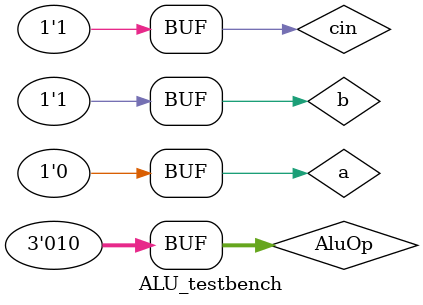
<source format=v>
`define DELAY 20
module ALU_testbench();

reg a, b, cin;
reg [2:0] AluOp;
wire cout, R;

ALU myALU(a, b, AluOp, cin, cout, R);


initial begin
/*

////////////OR
a = 1'b0; b = 1'b1; cin = 1'b1;
AluOp[0] = 1'b1; AluOp[1] = 1'b1; AluOp[2] = 1'b1;
#`DELAY;

a = 1'b0; b = 1'b0; cin = 1'b1;
AluOp[0] = 1'b1; AluOp[1] = 1'b1; AluOp[2] = 1'b1;
#`DELAY;

////////////AND
a = 1'b1; b = 1'b0; cin = 1'b1;
AluOp[0] = 1'b1; AluOp[1] = 1'b1; AluOp[2] = 1'b0;
#`DELAY;

a = 1'b1; b = 1'b1; cin = 1'b1;
AluOp[0] = 1'b1; AluOp[1] = 1'b1; AluOp[2] = 1'b0;
#`DELAY;

////////////NOR
a = 1'b1; b = 1'b0; cin = 1'b1;
AluOp[0] = 1'b1; AluOp[1] = 1'b0; AluOp[2] = 1'b1;
#`DELAY;

a = 1'b0; b = 1'b0; cin = 1'b1;
AluOp[0] = 1'b1; AluOp[1] = 1'b0; AluOp[2] = 1'b1;
#`DELAY;

////////////XOR
a = 1'b0; b = 1'b0; cin = 1'b1;
AluOp[0] = 1'b0; AluOp[1] = 1'b0; AluOp[2] = 1'b1;
#`DELAY;

a = 1'b1; b = 1'b0; cin = 1'b1;
AluOp[0] = 1'b0; AluOp[1] = 1'b0; AluOp[2] = 1'b1;
#`DELAY;

*/

///////////////////////////////////////////////////////////

/*
////////////ADD
a = 1'b0; b = 1'b0; cin = 1'b0;
AluOp[0] = 1'b0; AluOp[1] = 1'b0; AluOp[2] = 1'b0;
#`DELAY;

a = 1'b1; b = 1'b0; cin = 1'b0;
AluOp[0] = 1'b0; AluOp[1] = 1'b0; AluOp[2] = 1'b0;
#`DELAY;

a = 1'b1; b = 1'b1; cin = 1'b0;
AluOp[0] = 1'b0; AluOp[1] = 1'b0; AluOp[2] = 1'b0;
#`DELAY;

a = 1'b1; b = 1'b1; cin = 1'b1;
AluOp[0] = 1'b0; AluOp[1] = 1'b0; AluOp[2] = 1'b0;
#`DELAY;
*/

////////////SUB
a = 1'b0; b = 1'b0; cin = 1'b1;
AluOp[0] = 1'b0; AluOp[1] = 1'b1; AluOp[2] = 1'b0;
#`DELAY;

a = 1'b1; b = 1'b0; cin = 1'b1;
AluOp[0] = 1'b0; AluOp[1] = 1'b1; AluOp[2] = 1'b0;
#`DELAY;

a = 1'b1; b = 1'b1; cin = 1'b1;
AluOp[0] = 1'b0; AluOp[1] = 1'b1; AluOp[2] = 1'b0;
#`DELAY;

a = 1'b0; b = 1'b1; cin = 1'b1;
AluOp[0] = 1'b0; AluOp[1] = 1'b1; AluOp[2] = 1'b0;
#`DELAY;

///////////////////////////////////////////////////////////



end


initial begin
	$monitor("time = %2d, a =%1b, b=%1b, cin =%1b, Op0=%1b,, Op1=%1b, Op2=%1b cout=%1b,  R=%1b ", $time, a, b, cin, AluOp[0], AluOp[1], AluOp[2], cout, R);
end

endmodule

</source>
